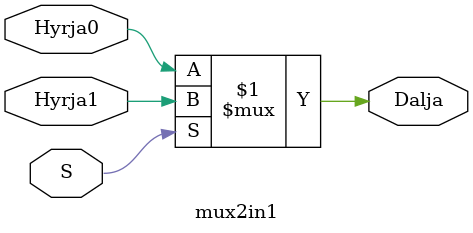
<source format=v>
`timescale 1ns / 1ps


module mux2in1(
    input Hyrja0,
    input Hyrja1,
    input S,
    output Dalja
    );
     assign Dalja = S ? Hyrja1 : Hyrja0;
endmodule


</source>
